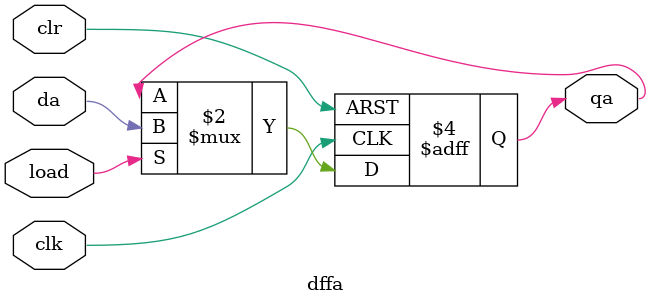
<source format=v>
module dffa (clk, clr, load, da, qa);
input        clk, clr, load, da;
output 		 qa;
reg     	 qa;

always@(posedge clr or  posedge clk)
begin
    if(clr) qa <= 0;
    else if (load)
       qa <= da;
end

endmodule










 
</source>
